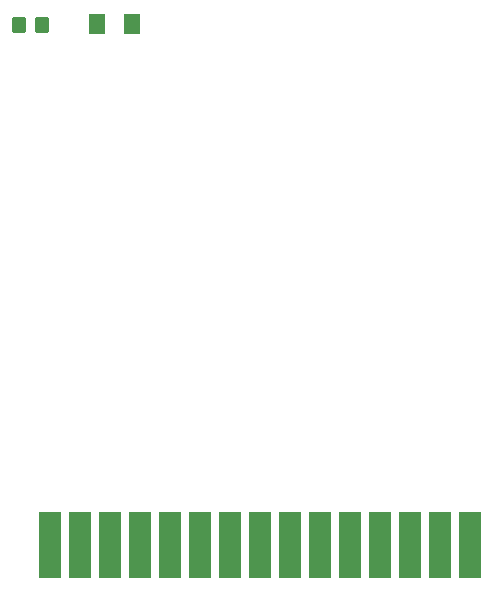
<source format=gtp>
%TF.GenerationSoftware,KiCad,Pcbnew,9.0.5*%
%TF.CreationDate,2025-10-10T12:12:08+02:00*%
%TF.ProjectId,CART-Breakout,43415254-2d42-4726-9561-6b6f75742e6b,rev?*%
%TF.SameCoordinates,Original*%
%TF.FileFunction,Paste,Top*%
%TF.FilePolarity,Positive*%
%FSLAX46Y46*%
G04 Gerber Fmt 4.6, Leading zero omitted, Abs format (unit mm)*
G04 Created by KiCad (PCBNEW 9.0.5) date 2025-10-10 12:12:08*
%MOMM*%
%LPD*%
G01*
G04 APERTURE LIST*
G04 Aperture macros list*
%AMRoundRect*
0 Rectangle with rounded corners*
0 $1 Rounding radius*
0 $2 $3 $4 $5 $6 $7 $8 $9 X,Y pos of 4 corners*
0 Add a 4 corners polygon primitive as box body*
4,1,4,$2,$3,$4,$5,$6,$7,$8,$9,$2,$3,0*
0 Add four circle primitives for the rounded corners*
1,1,$1+$1,$2,$3*
1,1,$1+$1,$4,$5*
1,1,$1+$1,$6,$7*
1,1,$1+$1,$8,$9*
0 Add four rect primitives between the rounded corners*
20,1,$1+$1,$2,$3,$4,$5,0*
20,1,$1+$1,$4,$5,$6,$7,0*
20,1,$1+$1,$6,$7,$8,$9,0*
20,1,$1+$1,$8,$9,$2,$3,0*%
G04 Aperture macros list end*
%ADD10R,1.930400X5.588000*%
%ADD11RoundRect,0.250000X-0.350000X-0.450000X0.350000X-0.450000X0.350000X0.450000X-0.350000X0.450000X0*%
%ADD12RoundRect,0.250001X0.462499X0.624999X-0.462499X0.624999X-0.462499X-0.624999X0.462499X-0.624999X0*%
G04 APERTURE END LIST*
D10*
%TO.C,CART1*%
X168830000Y-115152000D03*
X166290000Y-115152000D03*
X163750000Y-115152000D03*
X161210000Y-115152000D03*
X158670000Y-115152000D03*
X156130000Y-115152000D03*
X153590000Y-115152000D03*
X151050000Y-115152000D03*
X148510000Y-115152000D03*
X145970000Y-115152000D03*
X143430000Y-115152000D03*
X140890000Y-115152000D03*
X138350000Y-115152000D03*
X135810000Y-115152000D03*
X133270000Y-115152000D03*
%TD*%
D11*
%TO.C,R1*%
X130650000Y-71140000D03*
X132650000Y-71140000D03*
%TD*%
D12*
%TO.C,LD1*%
X140265000Y-71091000D03*
X137290000Y-71091000D03*
%TD*%
M02*

</source>
